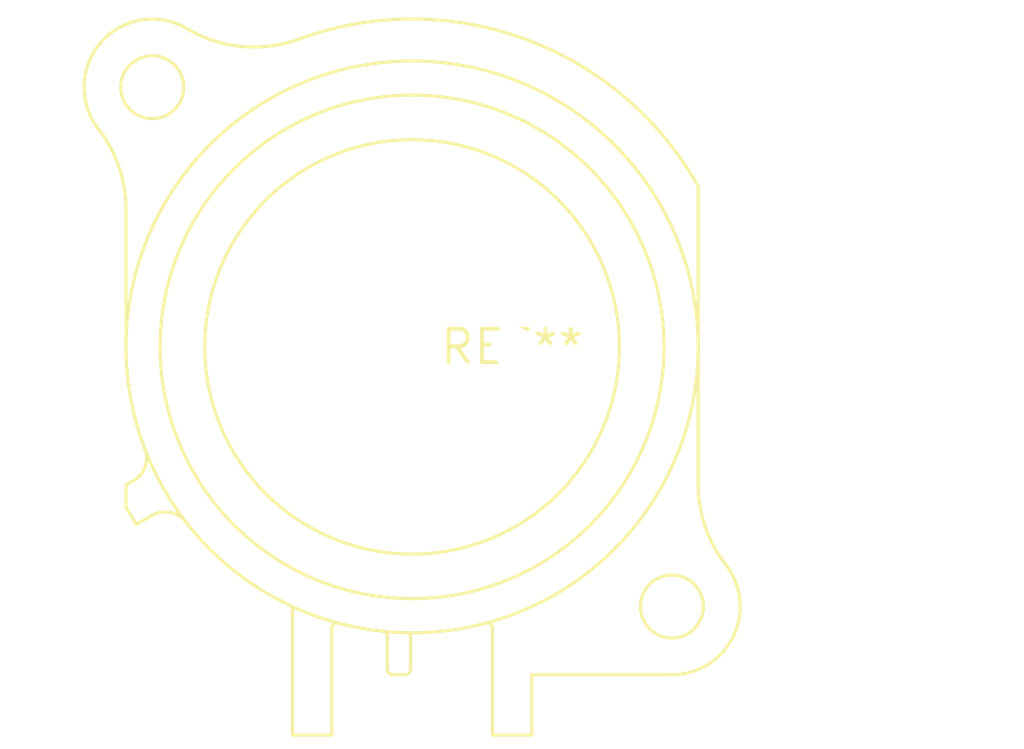
<source format=kicad_pcb>
(kicad_pcb (version 20240108) (generator pcbnew)
  (layers (0 "F.Cu" signal) (31 "B.Cu" signal) (34 "B.Paste" user) (35 "F.Paste" user) (36 "B.SilkS" user "B.Silkscreen") (37 "F.SilkS" user "F.Silkscreen") (38 "B.Mask" user) (39 "F.Mask" user) (44 "Edge.Cuts" user))
  (net 0 "")
  (footprint "Jack_XLR_Neutrik_NC3FAAV1-DA_Vertical" (layer "F.Cu") (at 0 0)
    (property "Reference" "REF**")
    (property "Value" "Jack_XLR_Neutrik_NC3FAAV1-DA_Vertical")
    (fp_line (start -14.71 0) (end -14.71 -5.24) (layer "F.SilkS") (stroke (width 0.12)))
    (fp_line (start -14.71 5.26) (end -14.44 5.11) (layer "F.SilkS") (stroke (width 0.12)))
    (fp_line (start -14.71 6.12) (end -14.71 5.26) (layer "F.SilkS") (stroke (width 0.12)))
    (fp_line (start -14.32 6.76) (end -14.71 6.12) (layer "F.SilkS") (stroke (width 0.12)))
    (fp_line (start -13.71 6.42) (end -14.32 6.76) (layer "F.SilkS") (stroke (width 0.12)))
    (fp_line (start -8.37 10.03) (end -8.37 14.8) (layer "F.SilkS") (stroke (width 0.12)))
    (fp_line (start -6.87 14.8) (end -8.37 14.8) (layer "F.SilkS") (stroke (width 0.12)))
    (fp_line (start -6.87 14.8) (end -6.87 10.73) (layer "F.SilkS") (stroke (width 0.12)))
    (fp_line (start -4.75 11.04) (end -4.75 12.3) (layer "F.SilkS") (stroke (width 0.12)))
    (fp_line (start -4.07 12.5) (end -4.55 12.5) (layer "F.SilkS") (stroke (width 0.12)))
    (fp_line (start -3.87 10.9) (end -3.87 12.3) (layer "F.SilkS") (stroke (width 0.12)))
    (fp_line (start -0.75 10.73) (end -0.75 10.73) (layer "F.SilkS") (stroke (width 0.12)))
    (fp_line (start -0.75 14.8) (end -0.75 10.73) (layer "F.SilkS") (stroke (width 0.12)))
    (fp_line (start 0.75 12.5) (end 6.09 12.5) (layer "F.SilkS") (stroke (width 0.12)))
    (fp_line (start 0.75 14.8) (end -0.75 14.8) (layer "F.SilkS") (stroke (width 0.12)))
    (fp_line (start 0.75 14.8) (end 0.75 12.5) (layer "F.SilkS") (stroke (width 0.12)))
    (fp_line (start 7.09 5.24) (end 7.09 -6.12) (layer "F.SilkS") (stroke (width 0.12)))
    (fp_arc (start -15.766689 -8.317569) (mid -14.98153 -6.866962) (end -14.71 -5.24) (layer "F.SilkS") (stroke (width 0.12)))
    (fp_arc (start -15.761979 -8.309032) (mid -15.65429 -11.620911) (end -12.38 -12.13) (layer "F.SilkS") (stroke (width 0.12)))
    (fp_arc (start -13.969214 3.951372) (mid -13.999461 4.614043) (end -14.44 5.11) (layer "F.SilkS") (stroke (width 0.12)))
    (fp_arc (start -13.71 6.42) (mid -13.01025 6.315915) (end -12.412202 6.693832) (layer "F.SilkS") (stroke (width 0.12)))
    (fp_arc (start -8.436364 9.870864) (mid -8.385177 9.942924) (end -8.37 10.03) (layer "F.SilkS") (stroke (width 0.12)))
    (fp_arc (start -8.12905 -11.730738) (mid 0.51404 -11.7289) (end 7.09 -6.12) (layer "F.SilkS") (stroke (width 0.12)))
    (fp_arc (start -8.118081 -11.733841) (mid -10.293498 -11.453642) (end -12.38 -12.13) (layer "F.SilkS") (stroke (width 0.12)))
    (fp_arc (start -6.87 10.73) (mid -6.814828 10.588126) (end -6.678303 10.520799) (layer "F.SilkS") (stroke (width 0.12)))
    (fp_arc (start -4.908418 10.84437) (mid -4.794571 10.914136) (end -4.75 11.04) (layer "F.SilkS") (stroke (width 0.12)))
    (fp_arc (start -4.55 12.5) (mid -4.691421 12.441421) (end -4.75 12.3) (layer "F.SilkS") (stroke (width 0.12)))
    (fp_arc (start -3.87 12.3) (mid -3.928579 12.441421) (end -4.07 12.5) (layer "F.SilkS") (stroke (width 0.12)))
    (fp_arc (start -0.949009 10.520288) (mid -0.807671 10.585446) (end -0.75 10.73) (layer "F.SilkS") (stroke (width 0.12)))
    (fp_arc (start 8.141619 8.302858) (mid 8.42587 11.041804) (end 6.09 12.5) (layer "F.SilkS") (stroke (width 0.12)))
    (fp_arc (start 8.14247 8.305283) (mid 7.360446 6.860467) (end 7.09 5.24) (layer "F.SilkS") (stroke (width 0.12)))
    (fp_circle (center -13.71 -9.9) (end -12.51 -9.9) (layer "F.SilkS") (stroke (width 0.12)) (fill none))
    (fp_circle (center -3.81 0) (end 4.09 0) (layer "F.SilkS") (stroke (width 0.12)) (fill none))
    (fp_circle (center -3.81 0) (end 5.79 0) (layer "F.SilkS") (stroke (width 0.12)) (fill none))
    (fp_circle (center -3.81 0) (end 7.09 0) (layer "F.SilkS") (stroke (width 0.12)) (fill none))
    (fp_circle (center 6.09 9.9) (end 7.29 9.9) (layer "F.SilkS") (stroke (width 0.12)) (fill none))
    (pad "1" thru_hole circle (at 0 0) (size 3.4 3.4) (drill 1.6) (layers *.Cu *.Mask) (remove_unused_layers))
    (pad "2" thru_hole circle (at -7.62 0) (size 3.4 3.4) (drill 1.6) (layers *.Cu *.Mask) (remove_unused_layers))
    (pad "3" thru_hole circle (at -3.81 4.45) (size 2.9 2.9) (drill 1.2) (layers *.Cu *.Mask) (remove_unused_layers))
  )
)
</source>
